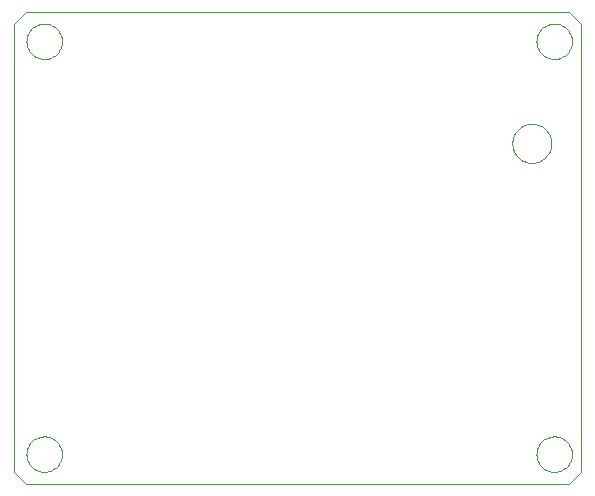
<source format=gbo>
G75*
G70*
%OFA0B0*%
%FSLAX24Y24*%
%IPPOS*%
%LPD*%
%AMOC8*
5,1,8,0,0,1.08239X$1,22.5*
%
%ADD10C,0.0000*%
D10*
X000150Y000544D02*
X000544Y000150D01*
X018654Y000150D01*
X019048Y000544D01*
X019048Y015504D01*
X018654Y015898D01*
X000544Y015898D01*
X000150Y015504D01*
X000150Y000544D01*
X000559Y001150D02*
X000561Y001198D01*
X000567Y001246D01*
X000577Y001293D01*
X000590Y001339D01*
X000608Y001384D01*
X000628Y001428D01*
X000653Y001470D01*
X000681Y001509D01*
X000711Y001546D01*
X000745Y001580D01*
X000782Y001612D01*
X000820Y001641D01*
X000861Y001666D01*
X000904Y001688D01*
X000949Y001706D01*
X000995Y001720D01*
X001042Y001731D01*
X001090Y001738D01*
X001138Y001741D01*
X001186Y001740D01*
X001234Y001735D01*
X001282Y001726D01*
X001328Y001714D01*
X001373Y001697D01*
X001417Y001677D01*
X001459Y001654D01*
X001499Y001627D01*
X001537Y001597D01*
X001572Y001564D01*
X001604Y001528D01*
X001634Y001490D01*
X001660Y001449D01*
X001682Y001406D01*
X001702Y001362D01*
X001717Y001317D01*
X001729Y001270D01*
X001737Y001222D01*
X001741Y001174D01*
X001741Y001126D01*
X001737Y001078D01*
X001729Y001030D01*
X001717Y000983D01*
X001702Y000938D01*
X001682Y000894D01*
X001660Y000851D01*
X001634Y000810D01*
X001604Y000772D01*
X001572Y000736D01*
X001537Y000703D01*
X001499Y000673D01*
X001459Y000646D01*
X001417Y000623D01*
X001373Y000603D01*
X001328Y000586D01*
X001282Y000574D01*
X001234Y000565D01*
X001186Y000560D01*
X001138Y000559D01*
X001090Y000562D01*
X001042Y000569D01*
X000995Y000580D01*
X000949Y000594D01*
X000904Y000612D01*
X000861Y000634D01*
X000820Y000659D01*
X000782Y000688D01*
X000745Y000720D01*
X000711Y000754D01*
X000681Y000791D01*
X000653Y000830D01*
X000628Y000872D01*
X000608Y000916D01*
X000590Y000961D01*
X000577Y001007D01*
X000567Y001054D01*
X000561Y001102D01*
X000559Y001150D01*
X000559Y014912D02*
X000561Y014960D01*
X000567Y015008D01*
X000577Y015055D01*
X000590Y015101D01*
X000608Y015146D01*
X000628Y015190D01*
X000653Y015232D01*
X000681Y015271D01*
X000711Y015308D01*
X000745Y015342D01*
X000782Y015374D01*
X000820Y015403D01*
X000861Y015428D01*
X000904Y015450D01*
X000949Y015468D01*
X000995Y015482D01*
X001042Y015493D01*
X001090Y015500D01*
X001138Y015503D01*
X001186Y015502D01*
X001234Y015497D01*
X001282Y015488D01*
X001328Y015476D01*
X001373Y015459D01*
X001417Y015439D01*
X001459Y015416D01*
X001499Y015389D01*
X001537Y015359D01*
X001572Y015326D01*
X001604Y015290D01*
X001634Y015252D01*
X001660Y015211D01*
X001682Y015168D01*
X001702Y015124D01*
X001717Y015079D01*
X001729Y015032D01*
X001737Y014984D01*
X001741Y014936D01*
X001741Y014888D01*
X001737Y014840D01*
X001729Y014792D01*
X001717Y014745D01*
X001702Y014700D01*
X001682Y014656D01*
X001660Y014613D01*
X001634Y014572D01*
X001604Y014534D01*
X001572Y014498D01*
X001537Y014465D01*
X001499Y014435D01*
X001459Y014408D01*
X001417Y014385D01*
X001373Y014365D01*
X001328Y014348D01*
X001282Y014336D01*
X001234Y014327D01*
X001186Y014322D01*
X001138Y014321D01*
X001090Y014324D01*
X001042Y014331D01*
X000995Y014342D01*
X000949Y014356D01*
X000904Y014374D01*
X000861Y014396D01*
X000820Y014421D01*
X000782Y014450D01*
X000745Y014482D01*
X000711Y014516D01*
X000681Y014553D01*
X000653Y014592D01*
X000628Y014634D01*
X000608Y014678D01*
X000590Y014723D01*
X000577Y014769D01*
X000567Y014816D01*
X000561Y014864D01*
X000559Y014912D01*
X016756Y011512D02*
X016758Y011562D01*
X016764Y011612D01*
X016774Y011662D01*
X016787Y011710D01*
X016804Y011758D01*
X016825Y011804D01*
X016849Y011848D01*
X016877Y011890D01*
X016908Y011930D01*
X016942Y011967D01*
X016979Y012002D01*
X017018Y012033D01*
X017059Y012062D01*
X017103Y012087D01*
X017149Y012109D01*
X017196Y012127D01*
X017244Y012141D01*
X017293Y012152D01*
X017343Y012159D01*
X017393Y012162D01*
X017444Y012161D01*
X017494Y012156D01*
X017544Y012147D01*
X017592Y012135D01*
X017640Y012118D01*
X017686Y012098D01*
X017731Y012075D01*
X017774Y012048D01*
X017814Y012018D01*
X017852Y011985D01*
X017887Y011949D01*
X017920Y011910D01*
X017949Y011869D01*
X017975Y011826D01*
X017998Y011781D01*
X018017Y011734D01*
X018032Y011686D01*
X018044Y011637D01*
X018052Y011587D01*
X018056Y011537D01*
X018056Y011487D01*
X018052Y011437D01*
X018044Y011387D01*
X018032Y011338D01*
X018017Y011290D01*
X017998Y011243D01*
X017975Y011198D01*
X017949Y011155D01*
X017920Y011114D01*
X017887Y011075D01*
X017852Y011039D01*
X017814Y011006D01*
X017774Y010976D01*
X017731Y010949D01*
X017686Y010926D01*
X017640Y010906D01*
X017592Y010889D01*
X017544Y010877D01*
X017494Y010868D01*
X017444Y010863D01*
X017393Y010862D01*
X017343Y010865D01*
X017293Y010872D01*
X017244Y010883D01*
X017196Y010897D01*
X017149Y010915D01*
X017103Y010937D01*
X017059Y010962D01*
X017018Y010991D01*
X016979Y011022D01*
X016942Y011057D01*
X016908Y011094D01*
X016877Y011134D01*
X016849Y011176D01*
X016825Y011220D01*
X016804Y011266D01*
X016787Y011314D01*
X016774Y011362D01*
X016764Y011412D01*
X016758Y011462D01*
X016756Y011512D01*
X017559Y014912D02*
X017561Y014960D01*
X017567Y015008D01*
X017577Y015055D01*
X017590Y015101D01*
X017608Y015146D01*
X017628Y015190D01*
X017653Y015232D01*
X017681Y015271D01*
X017711Y015308D01*
X017745Y015342D01*
X017782Y015374D01*
X017820Y015403D01*
X017861Y015428D01*
X017904Y015450D01*
X017949Y015468D01*
X017995Y015482D01*
X018042Y015493D01*
X018090Y015500D01*
X018138Y015503D01*
X018186Y015502D01*
X018234Y015497D01*
X018282Y015488D01*
X018328Y015476D01*
X018373Y015459D01*
X018417Y015439D01*
X018459Y015416D01*
X018499Y015389D01*
X018537Y015359D01*
X018572Y015326D01*
X018604Y015290D01*
X018634Y015252D01*
X018660Y015211D01*
X018682Y015168D01*
X018702Y015124D01*
X018717Y015079D01*
X018729Y015032D01*
X018737Y014984D01*
X018741Y014936D01*
X018741Y014888D01*
X018737Y014840D01*
X018729Y014792D01*
X018717Y014745D01*
X018702Y014700D01*
X018682Y014656D01*
X018660Y014613D01*
X018634Y014572D01*
X018604Y014534D01*
X018572Y014498D01*
X018537Y014465D01*
X018499Y014435D01*
X018459Y014408D01*
X018417Y014385D01*
X018373Y014365D01*
X018328Y014348D01*
X018282Y014336D01*
X018234Y014327D01*
X018186Y014322D01*
X018138Y014321D01*
X018090Y014324D01*
X018042Y014331D01*
X017995Y014342D01*
X017949Y014356D01*
X017904Y014374D01*
X017861Y014396D01*
X017820Y014421D01*
X017782Y014450D01*
X017745Y014482D01*
X017711Y014516D01*
X017681Y014553D01*
X017653Y014592D01*
X017628Y014634D01*
X017608Y014678D01*
X017590Y014723D01*
X017577Y014769D01*
X017567Y014816D01*
X017561Y014864D01*
X017559Y014912D01*
X017559Y001150D02*
X017561Y001198D01*
X017567Y001246D01*
X017577Y001293D01*
X017590Y001339D01*
X017608Y001384D01*
X017628Y001428D01*
X017653Y001470D01*
X017681Y001509D01*
X017711Y001546D01*
X017745Y001580D01*
X017782Y001612D01*
X017820Y001641D01*
X017861Y001666D01*
X017904Y001688D01*
X017949Y001706D01*
X017995Y001720D01*
X018042Y001731D01*
X018090Y001738D01*
X018138Y001741D01*
X018186Y001740D01*
X018234Y001735D01*
X018282Y001726D01*
X018328Y001714D01*
X018373Y001697D01*
X018417Y001677D01*
X018459Y001654D01*
X018499Y001627D01*
X018537Y001597D01*
X018572Y001564D01*
X018604Y001528D01*
X018634Y001490D01*
X018660Y001449D01*
X018682Y001406D01*
X018702Y001362D01*
X018717Y001317D01*
X018729Y001270D01*
X018737Y001222D01*
X018741Y001174D01*
X018741Y001126D01*
X018737Y001078D01*
X018729Y001030D01*
X018717Y000983D01*
X018702Y000938D01*
X018682Y000894D01*
X018660Y000851D01*
X018634Y000810D01*
X018604Y000772D01*
X018572Y000736D01*
X018537Y000703D01*
X018499Y000673D01*
X018459Y000646D01*
X018417Y000623D01*
X018373Y000603D01*
X018328Y000586D01*
X018282Y000574D01*
X018234Y000565D01*
X018186Y000560D01*
X018138Y000559D01*
X018090Y000562D01*
X018042Y000569D01*
X017995Y000580D01*
X017949Y000594D01*
X017904Y000612D01*
X017861Y000634D01*
X017820Y000659D01*
X017782Y000688D01*
X017745Y000720D01*
X017711Y000754D01*
X017681Y000791D01*
X017653Y000830D01*
X017628Y000872D01*
X017608Y000916D01*
X017590Y000961D01*
X017577Y001007D01*
X017567Y001054D01*
X017561Y001102D01*
X017559Y001150D01*
M02*

</source>
